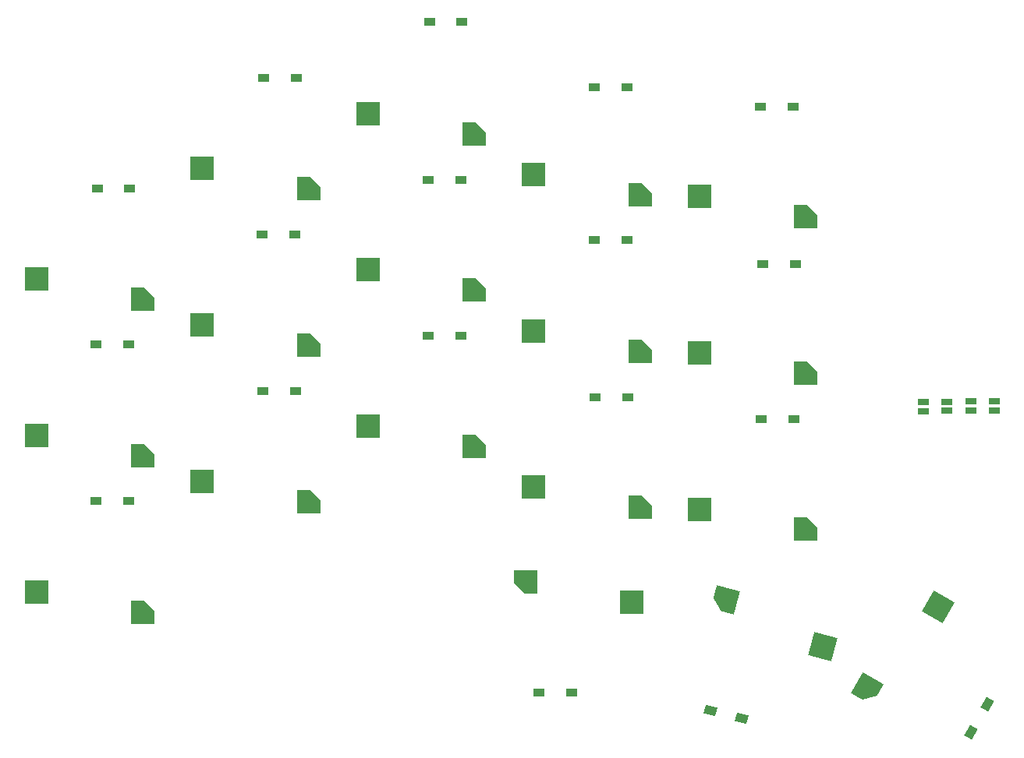
<source format=gbr>
G04 #@! TF.GenerationSoftware,KiCad,Pcbnew,(5.99.0-11177-g6c67dfa032)*
G04 #@! TF.CreationDate,2021-08-29T13:14:20+03:00*
G04 #@! TF.ProjectId,chocofi,63686f63-6f66-4692-9e6b-696361645f70,2.1*
G04 #@! TF.SameCoordinates,Original*
G04 #@! TF.FileFunction,Paste,Bot*
G04 #@! TF.FilePolarity,Positive*
%FSLAX46Y46*%
G04 Gerber Fmt 4.6, Leading zero omitted, Abs format (unit mm)*
G04 Created by KiCad (PCBNEW (5.99.0-11177-g6c67dfa032)) date 2021-08-29 13:14:20*
%MOMM*%
%LPD*%
G01*
G04 APERTURE LIST*
G04 Aperture macros list*
%AMRotRect*
0 Rectangle, with rotation*
0 The origin of the aperture is its center*
0 $1 length*
0 $2 width*
0 $3 Rotation angle, in degrees counterclockwise*
0 Add horizontal line*
21,1,$1,$2,0,0,$3*%
%AMOutline5P*
0 Free polygon, 5 corners , with rotation*
0 The origin of the aperture is its center*
0 number of corners: always 8*
0 $1 to $10 corner X, Y*
0 $11 Rotation angle, in degrees counterclockwise*
0 create outline with 8 corners*
4,1,5,$1,$2,$3,$4,$5,$6,$7,$8,$9,$10,$1,$2,$11*%
%AMOutline6P*
0 Free polygon, 6 corners , with rotation*
0 The origin of the aperture is its center*
0 number of corners: always 6*
0 $1 to $12 corner X, Y*
0 $13 Rotation angle, in degrees counterclockwise*
0 create outline with 6 corners*
4,1,6,$1,$2,$3,$4,$5,$6,$7,$8,$9,$10,$11,$12,$1,$2,$13*%
%AMOutline7P*
0 Free polygon, 7 corners , with rotation*
0 The origin of the aperture is its center*
0 number of corners: always 7*
0 $1 to $14 corner X, Y*
0 $15 Rotation angle, in degrees counterclockwise*
0 create outline with 7 corners*
4,1,7,$1,$2,$3,$4,$5,$6,$7,$8,$9,$10,$11,$12,$13,$14,$1,$2,$15*%
%AMOutline8P*
0 Free polygon, 8 corners , with rotation*
0 The origin of the aperture is its center*
0 number of corners: always 8*
0 $1 to $16 corner X, Y*
0 $17 Rotation angle, in degrees counterclockwise*
0 create outline with 8 corners*
4,1,8,$1,$2,$3,$4,$5,$6,$7,$8,$9,$10,$11,$12,$13,$14,$15,$16,$1,$2,$17*%
G04 Aperture macros list end*
%ADD10R,1.300000X0.950000*%
%ADD11RotRect,1.300000X0.950000X345.000000*%
%ADD12RotRect,1.300000X0.950000X60.000000*%
%ADD13Outline5P,-1.300000X-1.300000X-1.300000X1.300000X0.130000X1.300000X1.300000X0.130000X1.300000X-1.300000X0.000000*%
%ADD14R,2.600000X2.600000*%
%ADD15Outline5P,-1.300000X-1.300000X-1.300000X1.300000X0.130000X1.300000X1.300000X0.130000X1.300000X-1.300000X180.000000*%
%ADD16Outline5P,-1.300000X-1.300000X-1.300000X1.300000X0.130000X1.300000X1.300000X0.130000X1.300000X-1.300000X165.000000*%
%ADD17RotRect,2.600000X2.600000X165.000000*%
%ADD18Outline5P,-1.300000X-1.300000X-1.300000X1.300000X0.130000X1.300000X1.300000X0.130000X1.300000X-1.300000X240.000000*%
%ADD19RotRect,2.600000X2.600000X240.000000*%
%ADD20R,1.143000X0.635000*%
G04 APERTURE END LIST*
D10*
X84229400Y-64312800D03*
X87779400Y-64312800D03*
X102314200Y-52273200D03*
X105864200Y-52273200D03*
X120297400Y-46228000D03*
X123847400Y-46228000D03*
X138229800Y-53289200D03*
X141779800Y-53289200D03*
X156213000Y-55422800D03*
X159763000Y-55422800D03*
X84127800Y-81229200D03*
X87677800Y-81229200D03*
X102111000Y-69342000D03*
X105661000Y-69342000D03*
X120195800Y-63347600D03*
X123745800Y-63347600D03*
X138179000Y-69900800D03*
X141729000Y-69900800D03*
X156517800Y-72491600D03*
X160067800Y-72491600D03*
X84127800Y-98247200D03*
X87677800Y-98247200D03*
X102212600Y-86309200D03*
X105762600Y-86309200D03*
X120195800Y-80314800D03*
X123745800Y-80314800D03*
X138280600Y-86969600D03*
X141830600Y-86969600D03*
X156314600Y-89357200D03*
X159864600Y-89357200D03*
X132184600Y-119075200D03*
X135734600Y-119075200D03*
D11*
X150799764Y-121001192D03*
X154228800Y-121920000D03*
D12*
X179070666Y-123432630D03*
X180845666Y-120358240D03*
D13*
X89185000Y-76350000D03*
D14*
X77635000Y-74150000D03*
D13*
X107185000Y-64350000D03*
D14*
X95635000Y-62150000D03*
D13*
X125185000Y-58350000D03*
D14*
X113635000Y-56150000D03*
D13*
X143185000Y-64970000D03*
D14*
X131635000Y-62770000D03*
D13*
X161185000Y-67350000D03*
D14*
X149635000Y-65150000D03*
D13*
X89185000Y-93350000D03*
D14*
X77635000Y-91150000D03*
D13*
X107185000Y-81350000D03*
D14*
X95635000Y-79150000D03*
D13*
X125185000Y-75350000D03*
D14*
X113635000Y-73150000D03*
D13*
X143185000Y-81970000D03*
D14*
X131635000Y-79770000D03*
D13*
X161185000Y-84350000D03*
D14*
X149635000Y-82150000D03*
D13*
X89185000Y-110350000D03*
D14*
X77635000Y-108150000D03*
D13*
X107185000Y-98350000D03*
D14*
X95635000Y-96150000D03*
D13*
X125185000Y-92350000D03*
D14*
X113635000Y-90150000D03*
D13*
X143185000Y-98975000D03*
D14*
X131635000Y-96775000D03*
D13*
X161185000Y-101350000D03*
D14*
X149635000Y-99150000D03*
D15*
X130735000Y-107040000D03*
D14*
X142285000Y-109240000D03*
D16*
X152436566Y-108985109D03*
D17*
X163023608Y-114099506D03*
D18*
X167869649Y-118651233D03*
D19*
X175549905Y-109748640D03*
D20*
X176480000Y-87478020D03*
X176480000Y-88478780D03*
X173930000Y-87507620D03*
X173930000Y-88508380D03*
X181640000Y-87428020D03*
X181640000Y-88428780D03*
X179060000Y-87448020D03*
X179060000Y-88448780D03*
M02*

</source>
